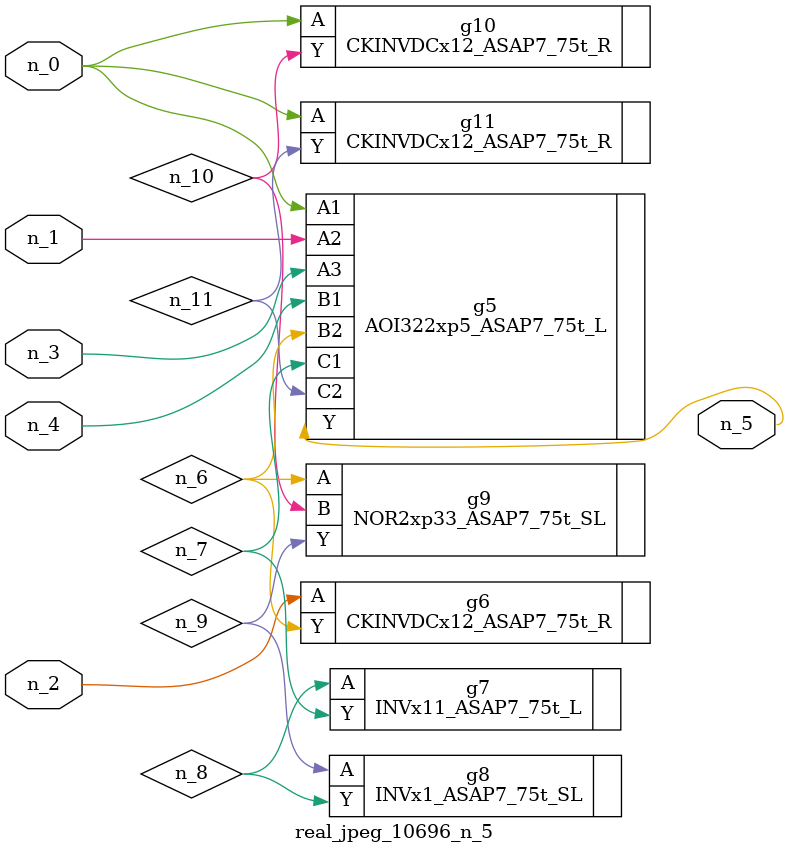
<source format=v>
module real_jpeg_10696_n_5 (n_4, n_0, n_1, n_2, n_3, n_5);

input n_4;
input n_0;
input n_1;
input n_2;
input n_3;

output n_5;

wire n_8;
wire n_11;
wire n_6;
wire n_7;
wire n_10;
wire n_9;

AOI322xp5_ASAP7_75t_L g5 ( 
.A1(n_0),
.A2(n_1),
.A3(n_3),
.B1(n_4),
.B2(n_6),
.C1(n_7),
.C2(n_11),
.Y(n_5)
);

CKINVDCx12_ASAP7_75t_R g10 ( 
.A(n_0),
.Y(n_10)
);

CKINVDCx12_ASAP7_75t_R g11 ( 
.A(n_0),
.Y(n_11)
);

CKINVDCx12_ASAP7_75t_R g6 ( 
.A(n_2),
.Y(n_6)
);

NOR2xp33_ASAP7_75t_SL g9 ( 
.A(n_6),
.B(n_10),
.Y(n_9)
);

INVx11_ASAP7_75t_L g7 ( 
.A(n_8),
.Y(n_7)
);

INVx1_ASAP7_75t_SL g8 ( 
.A(n_9),
.Y(n_8)
);


endmodule
</source>
